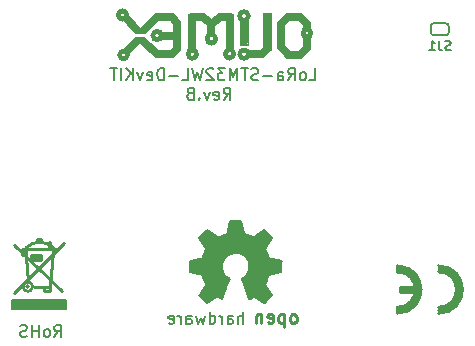
<source format=gbr>
G04 #@! TF.GenerationSoftware,KiCad,Pcbnew,5.1.5+dfsg1-2build2*
G04 #@! TF.CreationDate,2021-07-09T11:51:46+03:00*
G04 #@! TF.ProjectId,STM32WL-DevKit_RevB,53544d33-3257-44c2-9d44-65764b69745f,rev?*
G04 #@! TF.SameCoordinates,Original*
G04 #@! TF.FileFunction,Legend,Bot*
G04 #@! TF.FilePolarity,Positive*
%FSLAX46Y46*%
G04 Gerber Fmt 4.6, Leading zero omitted, Abs format (unit mm)*
G04 Created by KiCad (PCBNEW 5.1.5+dfsg1-2build2) date 2021-07-09 11:51:46*
%MOMM*%
%LPD*%
G04 APERTURE LIST*
%ADD10C,0.150000*%
%ADD11C,0.400000*%
%ADD12C,0.700000*%
%ADD13C,0.500000*%
%ADD14C,0.100000*%
%ADD15C,0.254000*%
%ADD16C,0.127000*%
%ADD17C,0.420000*%
%ADD18C,0.370000*%
%ADD19C,0.380000*%
%ADD20C,1.000000*%
%ADD21C,0.300000*%
%ADD22C,0.152400*%
%ADD23C,0.180000*%
%ADD24C,0.200000*%
G04 APERTURE END LIST*
D10*
X93361447Y-106383580D02*
X93837638Y-106383580D01*
X93837638Y-105383580D01*
X92885257Y-106383580D02*
X92980495Y-106335961D01*
X93028114Y-106288342D01*
X93075733Y-106193104D01*
X93075733Y-105907390D01*
X93028114Y-105812152D01*
X92980495Y-105764533D01*
X92885257Y-105716914D01*
X92742400Y-105716914D01*
X92647161Y-105764533D01*
X92599542Y-105812152D01*
X92551923Y-105907390D01*
X92551923Y-106193104D01*
X92599542Y-106288342D01*
X92647161Y-106335961D01*
X92742400Y-106383580D01*
X92885257Y-106383580D01*
X91551923Y-106383580D02*
X91885257Y-105907390D01*
X92123352Y-106383580D02*
X92123352Y-105383580D01*
X91742400Y-105383580D01*
X91647161Y-105431200D01*
X91599542Y-105478819D01*
X91551923Y-105574057D01*
X91551923Y-105716914D01*
X91599542Y-105812152D01*
X91647161Y-105859771D01*
X91742400Y-105907390D01*
X92123352Y-105907390D01*
X90694780Y-106383580D02*
X90694780Y-105859771D01*
X90742400Y-105764533D01*
X90837638Y-105716914D01*
X91028114Y-105716914D01*
X91123352Y-105764533D01*
X90694780Y-106335961D02*
X90790019Y-106383580D01*
X91028114Y-106383580D01*
X91123352Y-106335961D01*
X91170971Y-106240723D01*
X91170971Y-106145485D01*
X91123352Y-106050247D01*
X91028114Y-106002628D01*
X90790019Y-106002628D01*
X90694780Y-105955009D01*
X90218590Y-106002628D02*
X89456685Y-106002628D01*
X89028114Y-106335961D02*
X88885257Y-106383580D01*
X88647161Y-106383580D01*
X88551923Y-106335961D01*
X88504304Y-106288342D01*
X88456685Y-106193104D01*
X88456685Y-106097866D01*
X88504304Y-106002628D01*
X88551923Y-105955009D01*
X88647161Y-105907390D01*
X88837638Y-105859771D01*
X88932876Y-105812152D01*
X88980495Y-105764533D01*
X89028114Y-105669295D01*
X89028114Y-105574057D01*
X88980495Y-105478819D01*
X88932876Y-105431200D01*
X88837638Y-105383580D01*
X88599542Y-105383580D01*
X88456685Y-105431200D01*
X88170971Y-105383580D02*
X87599542Y-105383580D01*
X87885257Y-106383580D02*
X87885257Y-105383580D01*
X87266209Y-106383580D02*
X87266209Y-105383580D01*
X86932876Y-106097866D01*
X86599542Y-105383580D01*
X86599542Y-106383580D01*
X86218590Y-105383580D02*
X85599542Y-105383580D01*
X85932876Y-105764533D01*
X85790019Y-105764533D01*
X85694780Y-105812152D01*
X85647161Y-105859771D01*
X85599542Y-105955009D01*
X85599542Y-106193104D01*
X85647161Y-106288342D01*
X85694780Y-106335961D01*
X85790019Y-106383580D01*
X86075733Y-106383580D01*
X86170971Y-106335961D01*
X86218590Y-106288342D01*
X85218590Y-105478819D02*
X85170971Y-105431200D01*
X85075733Y-105383580D01*
X84837638Y-105383580D01*
X84742400Y-105431200D01*
X84694780Y-105478819D01*
X84647161Y-105574057D01*
X84647161Y-105669295D01*
X84694780Y-105812152D01*
X85266209Y-106383580D01*
X84647161Y-106383580D01*
X84313828Y-105383580D02*
X84075733Y-106383580D01*
X83885257Y-105669295D01*
X83694780Y-106383580D01*
X83456685Y-105383580D01*
X82599542Y-106383580D02*
X83075733Y-106383580D01*
X83075733Y-105383580D01*
X82266209Y-106002628D02*
X81504304Y-106002628D01*
X81028114Y-106383580D02*
X81028114Y-105383580D01*
X80790019Y-105383580D01*
X80647161Y-105431200D01*
X80551923Y-105526438D01*
X80504304Y-105621676D01*
X80456685Y-105812152D01*
X80456685Y-105955009D01*
X80504304Y-106145485D01*
X80551923Y-106240723D01*
X80647161Y-106335961D01*
X80790019Y-106383580D01*
X81028114Y-106383580D01*
X79647161Y-106335961D02*
X79742400Y-106383580D01*
X79932876Y-106383580D01*
X80028114Y-106335961D01*
X80075733Y-106240723D01*
X80075733Y-105859771D01*
X80028114Y-105764533D01*
X79932876Y-105716914D01*
X79742400Y-105716914D01*
X79647161Y-105764533D01*
X79599542Y-105859771D01*
X79599542Y-105955009D01*
X80075733Y-106050247D01*
X79266209Y-105716914D02*
X79028114Y-106383580D01*
X78790019Y-105716914D01*
X78409066Y-106383580D02*
X78409066Y-105383580D01*
X77837638Y-106383580D02*
X78266209Y-105812152D01*
X77837638Y-105383580D02*
X78409066Y-105955009D01*
X77409066Y-106383580D02*
X77409066Y-105383580D01*
X77075733Y-105383580D02*
X76504304Y-105383580D01*
X76790019Y-106383580D02*
X76790019Y-105383580D01*
X86099542Y-108033580D02*
X86432876Y-107557390D01*
X86670971Y-108033580D02*
X86670971Y-107033580D01*
X86290019Y-107033580D01*
X86194780Y-107081200D01*
X86147161Y-107128819D01*
X86099542Y-107224057D01*
X86099542Y-107366914D01*
X86147161Y-107462152D01*
X86194780Y-107509771D01*
X86290019Y-107557390D01*
X86670971Y-107557390D01*
X85290019Y-107985961D02*
X85385257Y-108033580D01*
X85575733Y-108033580D01*
X85670971Y-107985961D01*
X85718590Y-107890723D01*
X85718590Y-107509771D01*
X85670971Y-107414533D01*
X85575733Y-107366914D01*
X85385257Y-107366914D01*
X85290019Y-107414533D01*
X85242400Y-107509771D01*
X85242400Y-107605009D01*
X85718590Y-107700247D01*
X84909066Y-107366914D02*
X84670971Y-108033580D01*
X84432876Y-107366914D01*
X84051923Y-107938342D02*
X84004304Y-107985961D01*
X84051923Y-108033580D01*
X84099542Y-107985961D01*
X84051923Y-107938342D01*
X84051923Y-108033580D01*
X83242400Y-107509771D02*
X83099542Y-107557390D01*
X83051923Y-107605009D01*
X83004304Y-107700247D01*
X83004304Y-107843104D01*
X83051923Y-107938342D01*
X83099542Y-107985961D01*
X83194780Y-108033580D01*
X83575733Y-108033580D01*
X83575733Y-107033580D01*
X83242400Y-107033580D01*
X83147161Y-107081200D01*
X83099542Y-107128819D01*
X83051923Y-107224057D01*
X83051923Y-107319295D01*
X83099542Y-107414533D01*
X83147161Y-107462152D01*
X83242400Y-107509771D01*
X83575733Y-107509771D01*
X71767557Y-128125480D02*
X72100890Y-127649290D01*
X72338985Y-128125480D02*
X72338985Y-127125480D01*
X71958033Y-127125480D01*
X71862795Y-127173100D01*
X71815176Y-127220719D01*
X71767557Y-127315957D01*
X71767557Y-127458814D01*
X71815176Y-127554052D01*
X71862795Y-127601671D01*
X71958033Y-127649290D01*
X72338985Y-127649290D01*
X71196128Y-128125480D02*
X71291366Y-128077861D01*
X71338985Y-128030242D01*
X71386604Y-127935004D01*
X71386604Y-127649290D01*
X71338985Y-127554052D01*
X71291366Y-127506433D01*
X71196128Y-127458814D01*
X71053271Y-127458814D01*
X70958033Y-127506433D01*
X70910414Y-127554052D01*
X70862795Y-127649290D01*
X70862795Y-127935004D01*
X70910414Y-128030242D01*
X70958033Y-128077861D01*
X71053271Y-128125480D01*
X71196128Y-128125480D01*
X70434223Y-128125480D02*
X70434223Y-127125480D01*
X70434223Y-127601671D02*
X69862795Y-127601671D01*
X69862795Y-128125480D02*
X69862795Y-127125480D01*
X69434223Y-128077861D02*
X69291366Y-128125480D01*
X69053271Y-128125480D01*
X68958033Y-128077861D01*
X68910414Y-128030242D01*
X68862795Y-127935004D01*
X68862795Y-127839766D01*
X68910414Y-127744528D01*
X68958033Y-127696909D01*
X69053271Y-127649290D01*
X69243747Y-127601671D01*
X69338985Y-127554052D01*
X69386604Y-127506433D01*
X69434223Y-127411195D01*
X69434223Y-127315957D01*
X69386604Y-127220719D01*
X69338985Y-127173100D01*
X69243747Y-127125480D01*
X69005652Y-127125480D01*
X68862795Y-127173100D01*
D11*
X93491947Y-102412800D02*
G75*
G03X93491947Y-102412800I-337447J0D01*
G01*
D12*
X93167200Y-101638100D02*
X92659200Y-101130100D01*
X91567000Y-101053900D02*
X90932000Y-101663500D01*
X90957400Y-103619300D02*
X91516200Y-104203500D01*
X89331800Y-104216200D02*
X89789000Y-103759000D01*
X88346000Y-104216200D02*
X89331800Y-104216200D01*
D11*
X88199524Y-104190800D02*
G75*
G03X88199524Y-104190800I-366324J0D01*
G01*
D12*
X87833200Y-101498400D02*
X87833200Y-103098600D01*
D11*
X88194018Y-100965000D02*
G75*
G03X88194018Y-100965000I-373518J0D01*
G01*
X86960959Y-104165400D02*
G75*
G03X86960959Y-104165400I-359659J0D01*
G01*
D12*
X86614000Y-103657400D02*
X86614000Y-101066600D01*
X86614000Y-101066600D02*
X85775800Y-101066600D01*
X85775800Y-101066600D02*
X85166200Y-101574600D01*
X85064600Y-102362000D02*
X85064600Y-101650800D01*
X84988400Y-101574600D02*
X84353400Y-101066600D01*
D11*
X85435518Y-102895400D02*
G75*
G03X85435518Y-102895400I-370918J0D01*
G01*
D12*
X84353400Y-101066600D02*
X83464400Y-101066600D01*
D11*
X83814929Y-104178100D02*
G75*
G03X83814929Y-104178100I-363229J0D01*
G01*
X77951866Y-104267000D02*
G75*
G03X77951866Y-104267000I-329466J0D01*
G01*
D12*
X77952600Y-103911400D02*
X78790800Y-103098600D01*
D13*
X79298800Y-102997000D02*
X78765400Y-102997000D01*
D12*
X80441800Y-104216200D02*
X79298800Y-103098600D01*
X81762600Y-104216200D02*
X80441800Y-104216200D01*
X82194400Y-103784400D02*
X81762600Y-104216200D01*
X82194400Y-101549200D02*
X82194400Y-103784400D01*
X82194400Y-101523800D02*
X81711800Y-101015800D01*
X81663700Y-101041200D02*
X80441800Y-101041200D01*
X80441800Y-101041200D02*
X79349600Y-102108000D01*
D13*
X79324200Y-102222300D02*
X78765400Y-102222300D01*
D12*
X77901800Y-101231700D02*
X78765400Y-102125400D01*
D11*
X77892935Y-100876100D02*
G75*
G03X77892935Y-100876100I-359435J0D01*
G01*
D12*
X80975200Y-102616000D02*
X82194400Y-102616000D01*
D11*
X80826859Y-102616000D02*
G75*
G03X80826859Y-102616000I-359659J0D01*
G01*
D12*
X92595700Y-104228900D02*
X91554300Y-104228900D01*
X93154500Y-103670100D02*
X93154500Y-102908100D01*
X93167200Y-103657400D02*
X92583000Y-104228900D01*
X93167200Y-101688900D02*
X93167200Y-101930200D01*
X90944700Y-101650800D02*
X90944700Y-103581200D01*
X91567000Y-101041200D02*
X92570300Y-101041200D01*
X83451700Y-101053900D02*
X83451700Y-103657400D01*
X89789000Y-103771700D02*
X89789000Y-101041200D01*
D14*
X89789000Y-100698300D02*
X90068400Y-100698300D01*
X90093800Y-100698300D02*
X90093800Y-103847900D01*
X90081100Y-100698300D02*
X90093800Y-100698300D01*
X90068400Y-100698300D02*
X90081100Y-100698300D01*
X89954100Y-100787200D02*
X90017600Y-100774500D01*
X89471500Y-100698300D02*
X89471500Y-103733600D01*
X89776300Y-100698300D02*
X89471500Y-100698300D01*
X89649300Y-100774500D02*
X89535000Y-100774500D01*
X88150700Y-101384100D02*
X88150700Y-103403400D01*
X87515700Y-103403400D02*
X87515700Y-101384100D01*
X87541100Y-103403400D02*
X87515700Y-103403400D01*
X88150700Y-103403400D02*
X87541100Y-103403400D01*
X88011000Y-103339900D02*
X88074500Y-103339900D01*
X87668100Y-103339900D02*
X87579200Y-103339900D01*
X86931500Y-103746300D02*
X86931500Y-100761800D01*
X85686900Y-100749100D02*
X85102700Y-101231700D01*
X86931500Y-100749100D02*
X85686900Y-100749100D01*
X86779100Y-100812600D02*
X86855300Y-100812600D01*
X83121500Y-103771700D02*
X83121500Y-100761800D01*
X84442300Y-100749100D02*
X85064600Y-101244400D01*
X84416900Y-100749100D02*
X84442300Y-100749100D01*
X83121500Y-100749100D02*
X84416900Y-100749100D01*
X83121500Y-100761800D02*
X83121500Y-100749100D01*
X83273900Y-100825300D02*
X83172300Y-100825300D01*
X80327500Y-100711000D02*
X79070200Y-101955600D01*
X80378300Y-100711000D02*
X80327500Y-100711000D01*
X81749900Y-100711000D02*
X80378300Y-100711000D01*
D10*
X68201800Y-124968800D02*
X68201800Y-125730800D01*
X72773800Y-124968800D02*
X68201800Y-124968800D01*
X72773800Y-125730800D02*
X72773800Y-124968800D01*
X68201800Y-125730800D02*
X72773800Y-125730800D01*
X68252600Y-125019600D02*
X72672200Y-125019600D01*
X72723000Y-125121200D02*
X68252600Y-125121200D01*
X68252600Y-125273600D02*
X72672200Y-125273600D01*
X68252600Y-125426000D02*
X72672200Y-125426000D01*
X72723000Y-125172000D02*
X68303400Y-125172000D01*
X72723000Y-125324400D02*
X68252600Y-125324400D01*
X68303400Y-125527600D02*
X72672200Y-125527600D01*
X72723000Y-125629200D02*
X68303400Y-125629200D01*
D15*
X72567800Y-120192800D02*
X68376800Y-124383800D01*
X72440800Y-124256800D02*
X68376800Y-120319800D01*
X71424800Y-123875800D02*
X70027800Y-123875800D01*
X71424800Y-123875800D02*
X71678800Y-120827800D01*
X71932800Y-120700800D02*
X69011800Y-120700800D01*
X70916800Y-124256800D02*
X70916800Y-124002800D01*
X71424800Y-124256800D02*
X70916800Y-124256800D01*
X71424800Y-123875800D02*
X71424800Y-124256800D01*
X69519800Y-123367800D02*
X69392800Y-121335800D01*
X69921409Y-123875800D02*
G75*
G03X69921409Y-123875800I-401609J0D01*
G01*
X71297800Y-120065800D02*
X71297800Y-120573800D01*
X71424800Y-120065800D02*
X71297800Y-120065800D01*
X71424800Y-120573800D02*
X71424800Y-120065800D01*
X69011800Y-121208800D02*
X69011800Y-120700800D01*
X69392800Y-121208800D02*
X69011800Y-121208800D01*
X69392800Y-120700800D02*
X69392800Y-121208800D01*
X69265800Y-120827800D02*
X69265800Y-120954800D01*
X69265800Y-120700800D02*
X69138800Y-121081800D01*
X69265800Y-120827800D02*
X69265800Y-120954800D01*
X69138800Y-120827800D02*
X69138800Y-121208800D01*
X69265800Y-120827800D02*
X69138800Y-120827800D01*
X69265800Y-121208800D02*
X69265800Y-120827800D01*
X70662800Y-121589800D02*
X70662800Y-121208800D01*
X69773800Y-121589800D02*
X70662800Y-121589800D01*
X69773800Y-121208800D02*
X69773800Y-121589800D01*
X70662800Y-121208800D02*
X69773800Y-121208800D01*
X70535800Y-121335800D02*
X69900800Y-121335800D01*
X70281800Y-119811800D02*
X70662800Y-119811800D01*
X70281800Y-119938800D02*
X70281800Y-119811800D01*
X70662800Y-119938800D02*
X70281800Y-119938800D01*
X70662800Y-119811800D02*
X70662800Y-119938800D01*
X69392800Y-120573800D02*
G75*
G02X71678800Y-120573800I1143000J-1143000D01*
G01*
D16*
X69646800Y-123875800D02*
G75*
G03X69646800Y-123875800I-127000J0D01*
G01*
D17*
X88361520Y-124736860D02*
X87810340Y-123314460D01*
D18*
X88706960Y-124551440D02*
X88389460Y-124757180D01*
D11*
X89496900Y-125100080D02*
X88717120Y-124569220D01*
D19*
X90073480Y-124561600D02*
X89509600Y-125100080D01*
D18*
X90058240Y-124561600D02*
X89524840Y-123728480D01*
X89882980Y-122801380D02*
X89524840Y-123685300D01*
X90860880Y-122560080D02*
X89910920Y-122778520D01*
D19*
X90850720Y-121782840D02*
X90855800Y-122570240D01*
D18*
X90863420Y-121770140D02*
X89844880Y-121589800D01*
X89814400Y-121554240D02*
X89466420Y-120688100D01*
X90043000Y-119786400D02*
X89486740Y-120637300D01*
D19*
X90053160Y-119763540D02*
X89552780Y-119230140D01*
D18*
X89504520Y-119204740D02*
X88676480Y-119857520D01*
X88615520Y-119847360D02*
X87769700Y-119440960D01*
X87510620Y-118407180D02*
X87716360Y-119420640D01*
X87518240Y-118394480D02*
X86733380Y-118394480D01*
X86751160Y-118414800D02*
X86537800Y-119433340D01*
X86537800Y-119433340D02*
X85636100Y-119882920D01*
X85623400Y-119877840D02*
X84719160Y-119243400D01*
X84719160Y-119245380D02*
X84165440Y-119791480D01*
X84165440Y-119794020D02*
X84782660Y-120583960D01*
X84782660Y-120583960D02*
X84442300Y-121521220D01*
X84442300Y-121521220D02*
X83360260Y-121749820D01*
X83360260Y-121749820D02*
X83360260Y-122585480D01*
X83360260Y-122585480D02*
X84373720Y-122755660D01*
X84373720Y-122755660D02*
X84780120Y-123667520D01*
X84729320Y-125115320D02*
X85564980Y-124548900D01*
X85564980Y-124548900D02*
X85902800Y-124734320D01*
X85902800Y-124734320D02*
X86476840Y-123294140D01*
X86466680Y-123291600D02*
G75*
G02X86095840Y-121427240I746760J1117600D01*
G01*
X86085680Y-121442480D02*
G75*
G02X88011000Y-121244360I1061720J-863600D01*
G01*
X88036400Y-121269760D02*
G75*
G02X87960200Y-123123960I-965200J-889000D01*
G01*
X84780120Y-123667520D02*
X84160360Y-124553980D01*
X84714080Y-125107700D02*
X84160360Y-124561600D01*
D10*
X88280240Y-124917200D02*
X87630000Y-123248420D01*
X88663780Y-124714000D02*
X88318340Y-124934980D01*
X88676480Y-124703840D02*
X89501980Y-125267720D01*
X89509600Y-125275340D02*
X90230960Y-124581920D01*
X90238580Y-124579380D02*
X89641680Y-123715780D01*
X91000580Y-122671840D02*
X89928700Y-122867420D01*
X91000580Y-121678700D02*
X91000580Y-122664220D01*
X91003120Y-121676160D02*
X89832180Y-121472960D01*
X89933780Y-121478040D02*
X89598500Y-120644920D01*
X90195400Y-119794020D02*
X89601040Y-120647460D01*
X90215720Y-119758460D02*
X89542620Y-119044720D01*
X89529920Y-119042180D02*
X88559640Y-119758460D01*
X88595200Y-119689880D02*
X87690960Y-119311420D01*
X87607140Y-118295420D02*
X87807800Y-119321580D01*
X87596980Y-118287800D02*
X86631780Y-118287800D01*
X86631780Y-118287800D02*
X86405720Y-119458740D01*
X86415880Y-119377460D02*
X85610700Y-119715280D01*
X85730080Y-119763540D02*
X84719160Y-119090440D01*
X84714080Y-119087900D02*
X84020660Y-119778780D01*
X84015580Y-119786400D02*
X84719160Y-120777000D01*
X84630260Y-120667780D02*
X84264500Y-121536460D01*
X83327240Y-122438160D02*
X84434680Y-122661680D01*
X83243420Y-121696480D02*
X83245960Y-122654060D01*
X84381340Y-122885200D02*
X83258660Y-122674380D01*
X84277200Y-122852180D02*
X84658200Y-123832620D01*
X84310220Y-124487940D02*
X84795360Y-125018800D01*
X84706460Y-125262640D02*
X84023200Y-124571760D01*
X85592920Y-124647960D02*
X84716620Y-125267720D01*
X84729320Y-124952760D02*
X85549740Y-124424440D01*
X85412580Y-124620020D02*
X85940900Y-124947680D01*
X85940900Y-124947680D02*
X86326980Y-123967240D01*
X86332060Y-123268740D02*
X85803740Y-124650500D01*
X90708480Y-121866660D02*
X90708480Y-122516900D01*
X90850720Y-121922540D02*
X89735660Y-121676160D01*
X89321640Y-120655080D02*
X89707720Y-121653300D01*
X89316560Y-120660160D02*
X89918540Y-119750840D01*
X89560400Y-119306340D02*
X88676480Y-120027700D01*
X86288880Y-123327160D02*
X86111080Y-123205240D01*
X86111080Y-123205240D02*
X85735160Y-122494040D01*
X85735160Y-122494040D02*
X85735160Y-121975880D01*
X85730080Y-121988580D02*
X85963760Y-121315480D01*
X85963760Y-121315480D02*
X86474300Y-120886220D01*
X86474300Y-120886220D02*
X87289640Y-120726200D01*
X87289640Y-120718580D02*
X88160860Y-121147840D01*
X88160860Y-121147840D02*
X88579960Y-121879360D01*
X88585040Y-121884440D02*
X88452960Y-122707400D01*
X88447880Y-122737880D02*
X88353900Y-122908060D01*
X88447880Y-122737880D02*
X88353900Y-122908060D01*
X88224360Y-122958860D02*
X87965280Y-123296680D01*
X87856060Y-123073160D02*
X87630000Y-123248420D01*
X86354920Y-123075700D02*
X86608920Y-123240800D01*
X86492080Y-123530360D02*
X86614000Y-123245880D01*
X88671400Y-120025160D02*
X87688420Y-119532400D01*
X88341200Y-122938540D02*
X88033860Y-123205240D01*
D20*
X89357200Y-124368560D02*
X88503760Y-123347480D01*
X90393520Y-122163840D02*
X88976200Y-122102880D01*
X89408000Y-119877840D02*
X88346280Y-120985280D01*
X87147400Y-118902480D02*
X87142320Y-120416320D01*
X84881720Y-119959120D02*
X85994240Y-121025920D01*
X83891120Y-122143520D02*
X85359240Y-122229880D01*
X88681560Y-124195840D02*
X88315800Y-123433840D01*
X89347040Y-123296680D02*
X88783160Y-122816620D01*
X89595960Y-122651520D02*
X88889840Y-122524520D01*
X89270840Y-121406920D02*
X88828880Y-121566940D01*
X89095580Y-120926860D02*
X88638380Y-121216420D01*
X88097360Y-120149620D02*
X87922100Y-120507760D01*
X87663020Y-119890540D02*
X87495380Y-120500140D01*
X86398100Y-119905780D02*
X86619080Y-120591580D01*
X85811360Y-120157240D02*
X86230460Y-120743980D01*
X84942680Y-121025920D02*
X85598000Y-121391680D01*
X84701380Y-121719340D02*
X85422740Y-121866660D01*
X85537040Y-122877580D02*
X84927440Y-122984260D01*
X85857080Y-123296680D02*
X85239860Y-123624340D01*
X85971380Y-123433840D02*
X84790280Y-124447300D01*
X85971380Y-123342400D02*
X85638640Y-124073920D01*
D15*
X101065200Y-124117100D02*
X102315200Y-124117100D01*
X101065200Y-124367100D02*
X102315200Y-124367100D01*
X101065200Y-123867100D02*
X101065200Y-124367100D01*
X102315200Y-123867100D02*
X101065200Y-123867100D01*
X100815200Y-122117100D02*
X100815200Y-122617100D01*
X100815200Y-126117100D02*
G75*
G03X100815200Y-122117100I0J2000000D01*
G01*
X100815200Y-125617100D02*
X100815200Y-126117100D01*
D21*
X100865180Y-125867100D02*
G75*
G03X100865200Y-122367100I-49980J1750000D01*
G01*
D15*
X100815200Y-125617100D02*
G75*
G03X100815200Y-122617100I0J1500000D01*
G01*
D21*
X104365180Y-125867100D02*
G75*
G03X104365200Y-122367100I-49980J1750000D01*
G01*
D15*
X104315200Y-125617100D02*
X104315200Y-126117100D01*
X104315200Y-122117100D02*
X104315200Y-122617100D01*
X104315200Y-126117100D02*
G75*
G03X104315200Y-122117100I0J2000000D01*
G01*
X104315200Y-125617100D02*
G75*
G03X104315200Y-122617100I0J1500000D01*
G01*
D22*
X103886000Y-102590600D02*
G75*
G02X103632000Y-102336600I0J254000D01*
G01*
X105156000Y-102336600D02*
G75*
G02X104902000Y-102590600I-254000J0D01*
G01*
X104902000Y-101574600D02*
G75*
G02X105156000Y-101828600I0J-254000D01*
G01*
X103632000Y-101828600D02*
G75*
G02X103886000Y-101574600I254000J0D01*
G01*
D10*
X103632000Y-102336600D02*
X103632000Y-101828600D01*
X103886000Y-101574600D02*
X104902000Y-101574600D01*
X105156000Y-101828600D02*
X105156000Y-102336600D01*
X104902000Y-102590600D02*
X103886000Y-102590600D01*
D15*
X92080998Y-126948979D02*
X92185760Y-126896598D01*
X92238140Y-126844217D01*
X92290521Y-126739455D01*
X92290521Y-126425169D01*
X92238140Y-126320407D01*
X92185760Y-126268026D01*
X92080998Y-126215645D01*
X91923855Y-126215645D01*
X91819093Y-126268026D01*
X91766712Y-126320407D01*
X91714331Y-126425169D01*
X91714331Y-126739455D01*
X91766712Y-126844217D01*
X91819093Y-126896598D01*
X91923855Y-126948979D01*
X92080998Y-126948979D01*
X91242902Y-126215645D02*
X91242902Y-127315645D01*
X91242902Y-126268026D02*
X91138140Y-126215645D01*
X90928617Y-126215645D01*
X90823855Y-126268026D01*
X90771474Y-126320407D01*
X90719093Y-126425169D01*
X90719093Y-126739455D01*
X90771474Y-126844217D01*
X90823855Y-126896598D01*
X90928617Y-126948979D01*
X91138140Y-126948979D01*
X91242902Y-126896598D01*
X89828617Y-126896598D02*
X89933379Y-126948979D01*
X90142902Y-126948979D01*
X90247664Y-126896598D01*
X90300045Y-126791836D01*
X90300045Y-126372788D01*
X90247664Y-126268026D01*
X90142902Y-126215645D01*
X89933379Y-126215645D01*
X89828617Y-126268026D01*
X89776236Y-126372788D01*
X89776236Y-126477550D01*
X90300045Y-126582312D01*
X89304807Y-126215645D02*
X89304807Y-126948979D01*
X89304807Y-126320407D02*
X89252426Y-126268026D01*
X89147664Y-126215645D01*
X88990521Y-126215645D01*
X88885760Y-126268026D01*
X88833379Y-126372788D01*
X88833379Y-126948979D01*
D23*
X87765497Y-126995180D02*
X87765497Y-125995180D01*
X87336925Y-126995180D02*
X87336925Y-126471371D01*
X87384544Y-126376133D01*
X87479782Y-126328514D01*
X87622640Y-126328514D01*
X87717878Y-126376133D01*
X87765497Y-126423752D01*
X86432163Y-126995180D02*
X86432163Y-126471371D01*
X86479782Y-126376133D01*
X86575020Y-126328514D01*
X86765497Y-126328514D01*
X86860735Y-126376133D01*
X86432163Y-126947561D02*
X86527401Y-126995180D01*
X86765497Y-126995180D01*
X86860735Y-126947561D01*
X86908354Y-126852323D01*
X86908354Y-126757085D01*
X86860735Y-126661847D01*
X86765497Y-126614228D01*
X86527401Y-126614228D01*
X86432163Y-126566609D01*
X85955973Y-126995180D02*
X85955973Y-126328514D01*
X85955973Y-126518990D02*
X85908354Y-126423752D01*
X85860735Y-126376133D01*
X85765497Y-126328514D01*
X85670259Y-126328514D01*
X84908354Y-126995180D02*
X84908354Y-125995180D01*
X84908354Y-126947561D02*
X85003592Y-126995180D01*
X85194068Y-126995180D01*
X85289306Y-126947561D01*
X85336925Y-126899942D01*
X85384544Y-126804704D01*
X85384544Y-126518990D01*
X85336925Y-126423752D01*
X85289306Y-126376133D01*
X85194068Y-126328514D01*
X85003592Y-126328514D01*
X84908354Y-126376133D01*
X84527401Y-126328514D02*
X84336925Y-126995180D01*
X84146449Y-126518990D01*
X83955973Y-126995180D01*
X83765497Y-126328514D01*
X82955973Y-126995180D02*
X82955973Y-126471371D01*
X83003592Y-126376133D01*
X83098830Y-126328514D01*
X83289306Y-126328514D01*
X83384544Y-126376133D01*
X82955973Y-126947561D02*
X83051211Y-126995180D01*
X83289306Y-126995180D01*
X83384544Y-126947561D01*
X83432163Y-126852323D01*
X83432163Y-126757085D01*
X83384544Y-126661847D01*
X83289306Y-126614228D01*
X83051211Y-126614228D01*
X82955973Y-126566609D01*
X82479782Y-126995180D02*
X82479782Y-126328514D01*
X82479782Y-126518990D02*
X82432163Y-126423752D01*
X82384544Y-126376133D01*
X82289306Y-126328514D01*
X82194068Y-126328514D01*
X81479782Y-126947561D02*
X81575020Y-126995180D01*
X81765497Y-126995180D01*
X81860735Y-126947561D01*
X81908354Y-126852323D01*
X81908354Y-126471371D01*
X81860735Y-126376133D01*
X81765497Y-126328514D01*
X81575020Y-126328514D01*
X81479782Y-126376133D01*
X81432163Y-126471371D01*
X81432163Y-126566609D01*
X81908354Y-126661847D01*
D24*
X105333685Y-103816109D02*
X105219400Y-103854204D01*
X105028923Y-103854204D01*
X104952733Y-103816109D01*
X104914638Y-103778014D01*
X104876542Y-103701823D01*
X104876542Y-103625633D01*
X104914638Y-103549442D01*
X104952733Y-103511347D01*
X105028923Y-103473252D01*
X105181304Y-103435157D01*
X105257495Y-103397061D01*
X105295590Y-103358966D01*
X105333685Y-103282776D01*
X105333685Y-103206585D01*
X105295590Y-103130395D01*
X105257495Y-103092300D01*
X105181304Y-103054204D01*
X104990828Y-103054204D01*
X104876542Y-103092300D01*
X104305114Y-103054204D02*
X104305114Y-103625633D01*
X104343209Y-103739919D01*
X104419400Y-103816109D01*
X104533685Y-103854204D01*
X104609876Y-103854204D01*
X103505114Y-103854204D02*
X103962257Y-103854204D01*
X103733685Y-103854204D02*
X103733685Y-103054204D01*
X103809876Y-103168490D01*
X103886066Y-103244680D01*
X103962257Y-103282776D01*
M02*

</source>
